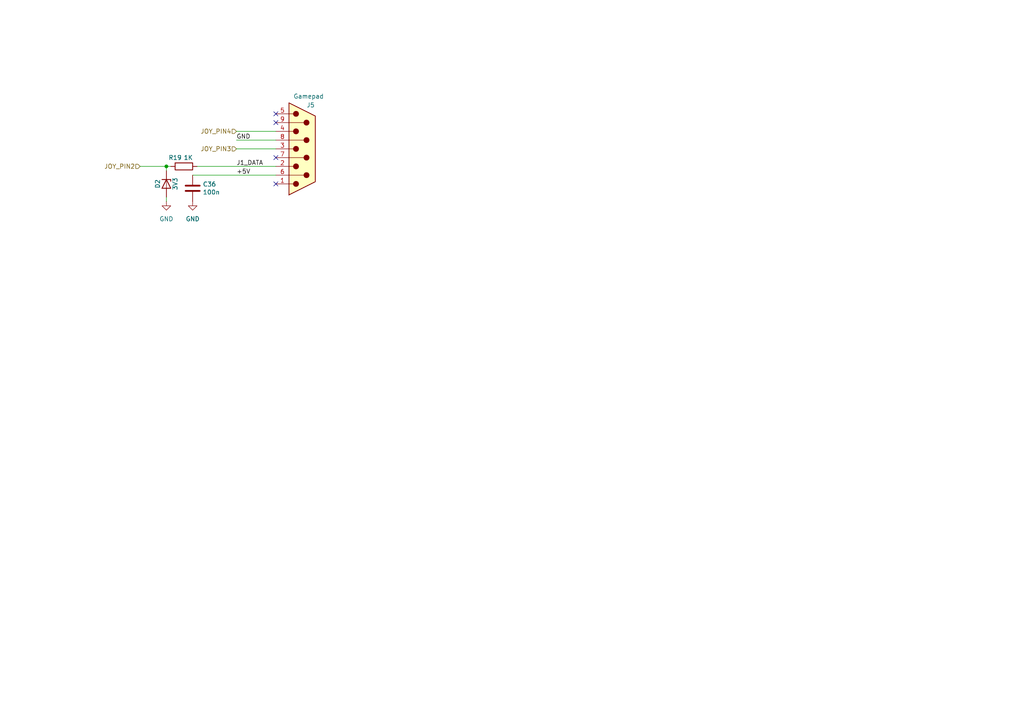
<source format=kicad_sch>
(kicad_sch (version 20250114) (generator "eeschema") (generator_version "9.0")
  (paper "A4")
  (title_block (title "MiniFRANK RM1U") (date "2025-03-04") (rev "1.01") (company "Mikhail Matveev") (comment 1 "https://github.com/xtremespb/frank"))
  (lib_symbols
    (symbol "Device:C" (pin_numbers (hide yes)) (pin_names (offset 0.254))
      (property "Reference" "C" (at 0.635 2.54 0))
      (property "Value" "C" (at 0.635 -2.54 0))
      (symbol "C_0_1"
        (polyline (pts (xy -2.032 0.762) (xy 2.032 0.762)) (stroke (width 0.508)))
        (polyline (pts (xy -2.032 -0.762) (xy 2.032 -0.762)) (stroke (width 0.508)))
      )
      (symbol "C_1_1"
        (pin passive line (at 0 3.81 270) (length 2.794) (name "~") (number "1"))
        (pin passive line (at 0 -3.81 90) (length 2.794) (name "~") (number "2"))
      )
    )
    (symbol "Device:D_Zener" (pin_numbers (hide yes)) (pin_names (offset 1.016) (hide yes))
      (property "Reference" "D" (at 0 2.54 0))
      (property "Value" "D_Zener" (at 0 -2.54 0))
      (symbol "D_Zener_0_1"
        (polyline (pts (xy -1.27 -1.27) (xy -1.27 1.27) (xy -0.762 1.27)) (stroke (width 0.254)))
        (polyline (pts (xy 1.27 0) (xy -1.27 0)))
        (polyline (pts (xy 1.27 -1.27) (xy 1.27 1.27) (xy -1.27 0) (xy 1.27 -1.27)) (stroke (width 0.254)))
      )
      (symbol "D_Zener_1_1"
        (pin passive line (at -3.81 0 0) (length 2.54) (name "K") (number "1"))
        (pin passive line (at 3.81 0 180) (length 2.54) (name "A") (number "2"))
      )
    )
    (symbol "Device:R" (pin_numbers (hide yes)) (pin_names (offset 0))
      (property "Reference" "R" (at 2.032 0 90))
      (property "Value" "R" (at 0 0 90))
      (symbol "R_0_1"
        (rectangle (start -1.016 -2.54) (end 1.016 2.54) (stroke (width 0.254)))
      )
      (symbol "R_1_1"
        (pin passive line (at 0 3.81 270) (length 1.27) (name "~") (number "1"))
        (pin passive line (at 0 -3.81 90) (length 1.27) (name "~") (number "2"))
      )
    )
    (symbol "FRANK:DB9_Male_Small" (pin_names (offset 1.016) (hide yes))
      (property "Reference" "JOY1" (at 1.27 12.7 0))
      (symbol "DB9_Male_Small_0_1"
        (polyline (pts (xy -3.81 10.16) (xy -2.54 10.16)))
        (polyline (pts (xy -3.81 7.62) (xy 0.508 7.62)))
        (polyline (pts (xy -3.81 5.08) (xy -2.54 5.08)))
        (polyline (pts (xy -3.81 2.54) (xy 0.508 2.54)))
        (polyline (pts (xy -3.81 0) (xy -2.54 0)))
        (polyline (pts (xy -3.81 -2.54) (xy 0.508 -2.54)))
        (polyline (pts (xy -3.81 -5.08) (xy -2.54 -5.08)))
        (polyline (pts (xy -3.81 -7.62) (xy 0.508 -7.62)))
        (polyline (pts (xy -3.81 -10.16) (xy -2.54 -10.16)))
        (polyline (pts (xy -3.81 -13.335) (xy -3.81 13.335) (xy 3.81 9.525) (xy 3.81 -9.525) (xy -3.81 -13.335)) (stroke (width 0.254)) (fill (type background)))
        (circle (center -1.778 10.16) (radius 0.762) (fill (type outline)))
        (circle (center -1.778 5.08) (radius 0.762) (fill (type outline)))
        (circle (center -1.778 0) (radius 0.762) (fill (type outline)))
        (circle (center -1.778 -5.08) (radius 0.762) (fill (type outline)))
        (circle (center -1.778 -10.16) (radius 0.762) (fill (type outline)))
        (circle (center 1.27 7.62) (radius 0.762) (fill (type outline)))
        (circle (center 1.27 2.54) (radius 0.762) (fill (type outline)))
        (circle (center 1.27 -2.54) (radius 0.762) (fill (type outline)))
        (circle (center 1.27 -7.62) (radius 0.762) (fill (type outline)))
      )
      (symbol "DB9_Male_Small_1_1"
        (pin passive line (at -7.62 10.16 0) (length 3.81) (name "5") (number "5"))
        (pin passive line (at -7.62 7.62 0) (length 3.81) (name "9") (number "9"))
        (pin passive line (at -7.62 5.08 0) (length 3.81) (name "4") (number "4"))
        (pin passive line (at -7.62 2.54 0) (length 3.81) (name "8") (number "8"))
        (pin passive line (at -7.62 0 0) (length 3.81) (name "3") (number "3"))
        (pin passive line (at -7.62 -2.54 0) (length 3.81) (name "7") (number "7"))
        (pin passive line (at -7.62 -5.08 0) (length 3.81) (name "2") (number "2"))
        (pin passive line (at -7.62 -7.62 0) (length 3.81) (name "6") (number "6"))
        (pin passive line (at -7.62 -10.16 0) (length 3.81) (name "1") (number "1"))
      )
    )
    (symbol "GND_1" (power) (pin_numbers (hide yes)) (pin_names (offset 0) (hide yes))
      (property "Value" "GND" (at 0 -3.81 0))
      (symbol "GND_1_0_1"
        (polyline (pts (xy 0 0) (xy 0 -1.27) (xy 1.27 -1.27) (xy 0 -2.54) (xy -1.27 -1.27) (xy 0 -1.27)))
      )
      (symbol "GND_1_1_1"
        (pin power_in line (at 0 0 270) (length 0) (name "~") (number "1"))
      )
    )
  )
  (junction (at 48.26 48.26))
  (no_connect (at 80.01 33.02))
  (no_connect (at 80.01 35.56))
  (no_connect (at 80.01 45.72))
  (no_connect (at 80.01 53.34))
  (wire (pts (xy 48.26 57.15) (xy 48.26 58.42)))
  (wire (pts (xy 55.88 50.8) (xy 80.01 50.8)))
  (wire (pts (xy 57.15 48.26) (xy 80.01 48.26)))
  (wire (pts (xy 68.58 43.18) (xy 80.01 43.18)))
  (wire (pts (xy 68.58 38.1) (xy 80.01 38.1)))
  (wire (pts (xy 68.58 40.64) (xy 80.01 40.64)))
  (wire (pts (xy 48.26 48.26) (xy 48.26 49.53)))
  (wire (pts (xy 49.53 48.26) (xy 48.26 48.26)))
  (wire (pts (xy 40.64 48.26) (xy 48.26 48.26)))
  (label "GND" (at 68.58 40.64 0))
  (label "+5V" (at 68.58 50.8 0))
  (label "J1_DATA" (at 68.58 48.26 0))
  (hierarchical_label "JOY_PIN4" (shape input) (at 68.58 38.1 180))
  (hierarchical_label "JOY_PIN2" (shape input) (at 40.64 48.26 180))
  (hierarchical_label "JOY_PIN3" (shape input) (at 68.58 43.18 180))
  (symbol (lib_id "Device:C") (at 55.88 54.61 0) (unit 1)
    (property "Reference" "C16" (at 58.801 53.4416 0) (effects (justify left)))
    (property "Value" "100n" (at 58.801 55.753 0) (effects (justify left)))
    (property "Footprint" "FRANK:Capacitor (0805)" (effects (hide yes)))
    (property "Datasheet" "https://eu.mouser.com/datasheet/2/40/KGM_X7R-3223212.pdf" (effects (hide yes)))
    (property "AliExpress" "https://www.aliexpress.com/item/33008008276.html" (effects (hide yes)))
    (instances (project "frank_m1" (path "" (reference "C36") (unit 1)) (path "" (reference "C16") (unit 1))))
  )
  (symbol (lib_id "Device:R") (at 53.34 48.26 90) (unit 1)
    (property "Reference" "R8" (at 50.8 45.72 90))
    (property "Value" "1K" (at 54.61 45.72 90))
    (property "Footprint" "FRANK:Resistor (0805)" (effects (hide yes)))
    (property "Datasheet" "https://www.vishay.com/docs/28952/mcs0402at-mct0603at-mcu0805at-mca1206at.pdf" (effects (hide yes)))
    (property "AliExpress" "https://www.vishay.com/docs/28952/mcs0402at-mct0603at-mcu0805at-mca1206at.pdf" (effects (hide yes)))
    (instances (project "frank_m1" (path "" (reference "R19") (unit 1)) (path "" (reference "R8") (unit 1))))
  )
  (symbol (lib_name "GND_1") (lib_id "power:GND") (at 48.26 58.42 0) (unit 1)
    (property "Reference" "#PWR024" (effects (hide yes)))
    (property "Value" "GND" (at 48.26 63.5 0))
    (property "Description" "Power symbol creates a global label with name \"GND\" , ground" (effects (hide yes)))
    (instances (project "frank_m1" (path "" (reference "#PWR045") (unit 1)) (path "" (reference "#PWR024") (unit 1))))
  )
  (symbol (lib_id "Device:D_Zener") (at 48.26 53.34 270) (unit 1)
    (property "Reference" "D1" (at 45.72 53.34 0))
    (property "Value" "3V3" (at 50.8 53.34 0))
    (property "Footprint" "FRANK:Diode (SOD-323)" (effects (hide yes)))
    (property "Datasheet" "https://diotec.com/request/datasheet/mms3z2b4gw.pdf" (effects (hide yes)))
    (property "AliExpress" "https://www.aliexpress.com/item/1005006143480992.html" (effects (hide yes)))
    (instances (project "frank_m1" (path "" (reference "D2") (unit 1)) (path "" (reference "D1") (unit 1))))
  )
  (symbol (lib_name "GND_1") (lib_id "power:GND") (at 55.88 58.42 0) (unit 1)
    (property "Reference" "#PWR025" (effects (hide yes)))
    (property "Value" "GND" (at 55.88 63.5 0))
    (property "Description" "Power symbol creates a global label with name \"GND\" , ground" (effects (hide yes)))
    (instances (project "frank_m1" (path "" (reference "#PWR046") (unit 1)) (path "" (reference "#PWR025") (unit 1))))
  )
  (symbol (lib_id "FRANK:DB9_Male_Small") (at 87.63 43.18 0) (unit 1)
    (property "Reference" "J4" (at 88.9 30.48 0) (effects (justify left)))
    (property "Value" "Gamepad" (at 85.09 27.94 0) (effects (justify left)))
    (property "Footprint" "FRANK:D-SUB (9 pin, male, top mount)" (effects (hide yes)))
    (property "Datasheet" "https://gr.mouser.com/datasheet/2/18/6E17XXXXPXXX21X-23786.pdf" (effects (hide yes)))
    (property "AliExpress" "https://www.aliexpress.com/item/4001214300548.html" (effects (hide yes)))
    (instances (project "frank_m1" (path "" (reference "J5") (unit 1)) (path "" (reference "J4") (unit 1))))
  )
)
</source>
